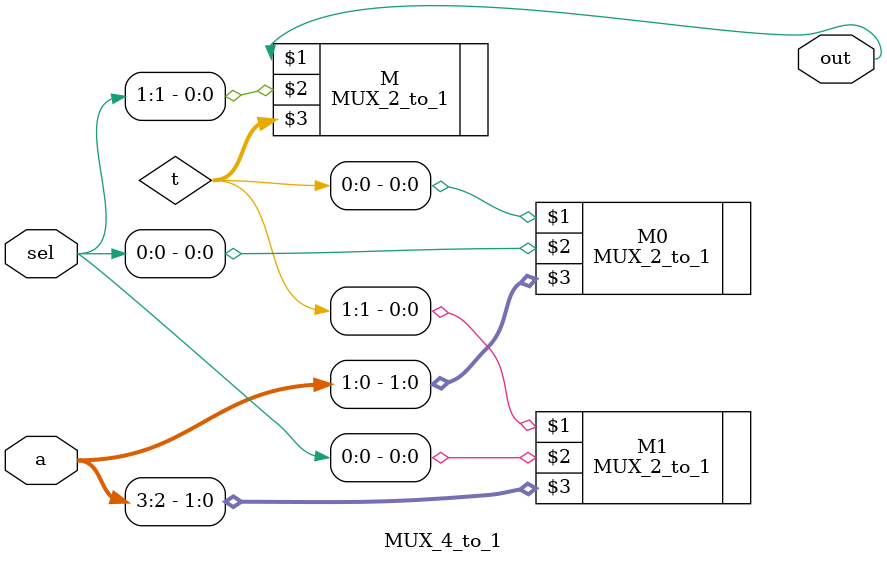
<source format=v>
`timescale 1ns / 1ps


module MUX_4_to_1(out,sel,a);
    output out;
  	input [1:0] sel;
    input [3:0] a;
    wire [1:0] t;
    MUX_2_to_1 M0(t[0],sel[0],a[1:0]);
    MUX_2_to_1 M1(t[1],sel[0],a[3:2]);
    MUX_2_to_1 M(out,sel[1],t);
endmodule

</source>
